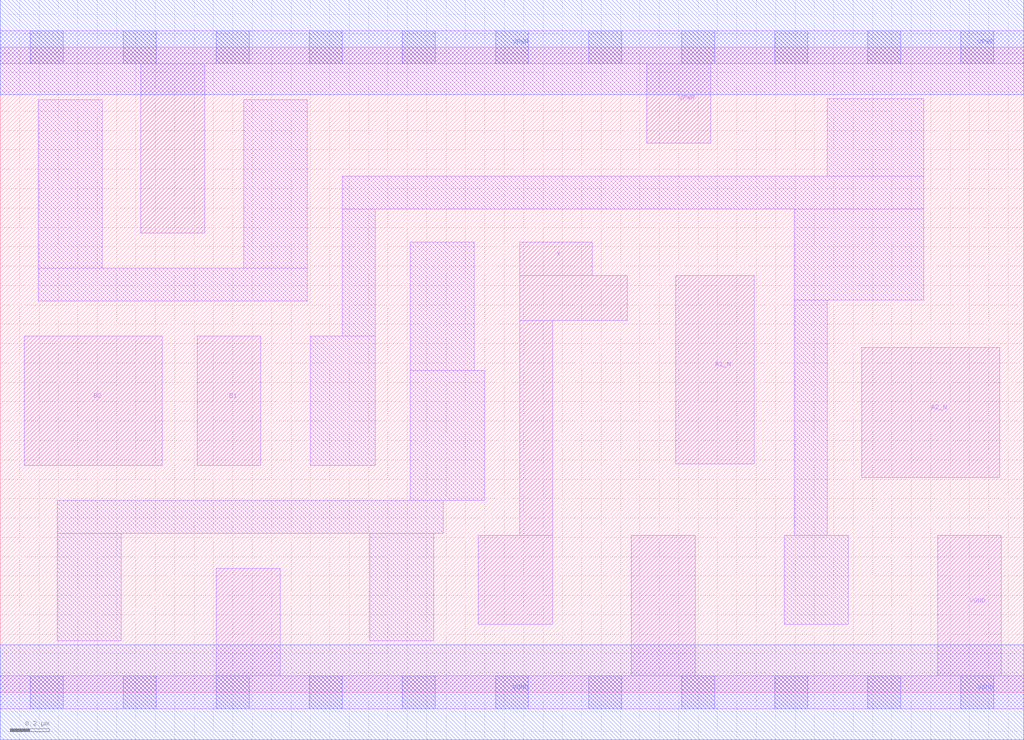
<source format=lef>
# Copyright 2020 The SkyWater PDK Authors
#
# Licensed under the Apache License, Version 2.0 (the "License");
# you may not use this file except in compliance with the License.
# You may obtain a copy of the License at
#
#     https://www.apache.org/licenses/LICENSE-2.0
#
# Unless required by applicable law or agreed to in writing, software
# distributed under the License is distributed on an "AS IS" BASIS,
# WITHOUT WARRANTIES OR CONDITIONS OF ANY KIND, either express or implied.
# See the License for the specific language governing permissions and
# limitations under the License.
#
# SPDX-License-Identifier: Apache-2.0

VERSION 5.7 ;
  NAMESCASESENSITIVE ON ;
  NOWIREEXTENSIONATPIN ON ;
  DIVIDERCHAR "/" ;
  BUSBITCHARS "[]" ;
UNITS
  DATABASE MICRONS 200 ;
END UNITS
MACRO sky130_fd_sc_lp__a2bb2o_lp
  CLASS CORE ;
  SOURCE USER ;
  FOREIGN sky130_fd_sc_lp__a2bb2o_lp ;
  ORIGIN  0.000000  0.000000 ;
  SIZE  5.280000 BY  3.330000 ;
  SYMMETRY X Y R90 ;
  SITE unit ;
  PIN A1_N
    ANTENNAGATEAREA  0.376000 ;
    DIRECTION INPUT ;
    USE SIGNAL ;
    PORT
      LAYER li1 ;
        RECT 3.485000 1.180000 3.890000 2.150000 ;
    END
  END A1_N
  PIN A2_N
    ANTENNAGATEAREA  0.376000 ;
    DIRECTION INPUT ;
    USE SIGNAL ;
    PORT
      LAYER li1 ;
        RECT 4.445000 1.110000 5.155000 1.780000 ;
    END
  END A2_N
  PIN B1
    ANTENNAGATEAREA  0.313000 ;
    DIRECTION INPUT ;
    USE SIGNAL ;
    PORT
      LAYER li1 ;
        RECT 1.015000 1.170000 1.345000 1.840000 ;
    END
  END B1
  PIN B2
    ANTENNAGATEAREA  0.313000 ;
    DIRECTION INPUT ;
    USE SIGNAL ;
    PORT
      LAYER li1 ;
        RECT 0.125000 1.170000 0.835000 1.840000 ;
    END
  END B2
  PIN X
    ANTENNADIFFAREA  0.404700 ;
    DIRECTION OUTPUT ;
    USE SIGNAL ;
    PORT
      LAYER li1 ;
        RECT 2.465000 0.350000 2.850000 0.810000 ;
        RECT 2.680000 0.810000 2.850000 1.920000 ;
        RECT 2.680000 1.920000 3.235000 2.150000 ;
        RECT 2.680000 2.150000 3.055000 2.325000 ;
    END
  END X
  PIN VGND
    DIRECTION INOUT ;
    USE GROUND ;
    PORT
      LAYER li1 ;
        RECT 0.000000 -0.085000 5.280000 0.085000 ;
        RECT 1.115000  0.085000 1.445000 0.640000 ;
        RECT 3.255000  0.085000 3.585000 0.810000 ;
        RECT 4.835000  0.085000 5.165000 0.810000 ;
      LAYER mcon ;
        RECT 0.155000 -0.085000 0.325000 0.085000 ;
        RECT 0.635000 -0.085000 0.805000 0.085000 ;
        RECT 1.115000 -0.085000 1.285000 0.085000 ;
        RECT 1.595000 -0.085000 1.765000 0.085000 ;
        RECT 2.075000 -0.085000 2.245000 0.085000 ;
        RECT 2.555000 -0.085000 2.725000 0.085000 ;
        RECT 3.035000 -0.085000 3.205000 0.085000 ;
        RECT 3.515000 -0.085000 3.685000 0.085000 ;
        RECT 3.995000 -0.085000 4.165000 0.085000 ;
        RECT 4.475000 -0.085000 4.645000 0.085000 ;
        RECT 4.955000 -0.085000 5.125000 0.085000 ;
      LAYER met1 ;
        RECT 0.000000 -0.245000 5.280000 0.245000 ;
    END
  END VGND
  PIN VPWR
    DIRECTION INOUT ;
    USE POWER ;
    PORT
      LAYER li1 ;
        RECT 0.000000 3.245000 5.280000 3.415000 ;
        RECT 0.725000 2.370000 1.055000 3.245000 ;
        RECT 3.335000 2.835000 3.665000 3.245000 ;
      LAYER mcon ;
        RECT 0.155000 3.245000 0.325000 3.415000 ;
        RECT 0.635000 3.245000 0.805000 3.415000 ;
        RECT 1.115000 3.245000 1.285000 3.415000 ;
        RECT 1.595000 3.245000 1.765000 3.415000 ;
        RECT 2.075000 3.245000 2.245000 3.415000 ;
        RECT 2.555000 3.245000 2.725000 3.415000 ;
        RECT 3.035000 3.245000 3.205000 3.415000 ;
        RECT 3.515000 3.245000 3.685000 3.415000 ;
        RECT 3.995000 3.245000 4.165000 3.415000 ;
        RECT 4.475000 3.245000 4.645000 3.415000 ;
        RECT 4.955000 3.245000 5.125000 3.415000 ;
      LAYER met1 ;
        RECT 0.000000 3.085000 5.280000 3.575000 ;
    END
  END VPWR
  OBS
    LAYER li1 ;
      RECT 0.195000 2.020000 1.585000 2.190000 ;
      RECT 0.195000 2.190000 0.525000 3.060000 ;
      RECT 0.295000 0.265000 0.625000 0.820000 ;
      RECT 0.295000 0.820000 2.285000 0.990000 ;
      RECT 1.255000 2.190000 1.585000 3.060000 ;
      RECT 1.600000 1.170000 1.935000 1.840000 ;
      RECT 1.765000 1.840000 1.935000 2.495000 ;
      RECT 1.765000 2.495000 4.765000 2.665000 ;
      RECT 1.905000 0.265000 2.235000 0.820000 ;
      RECT 2.115000 0.990000 2.500000 1.660000 ;
      RECT 2.115000 1.660000 2.445000 2.325000 ;
      RECT 4.045000 0.350000 4.375000 0.810000 ;
      RECT 4.095000 0.810000 4.265000 2.025000 ;
      RECT 4.095000 2.025000 4.765000 2.495000 ;
      RECT 4.265000 2.665000 4.765000 3.065000 ;
  END
END sky130_fd_sc_lp__a2bb2o_lp

</source>
